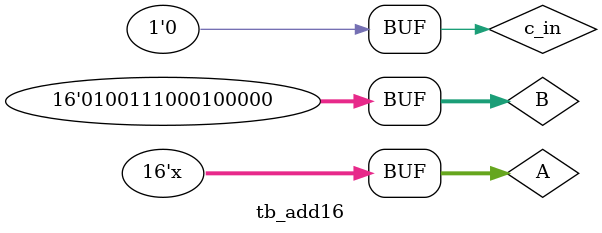
<source format=v>


`timescale 1ns/1ns
module tb_add16();
	reg[15:0] A, B;
	reg c_in;
	
	wire[15:0] O;
	wire c_out;
	
	initial begin
		A = 10000;
		B = 20000;
		c_in = 0;
		end
	always #5 A = A + 10000;
	
	//module add16(sum, c_out, a, b, c_in);
	add16 add16_0(.sum(O), .c_out(c_out), .a(A), .b(B), .c_in(c_in));
	
endmodule

</source>
